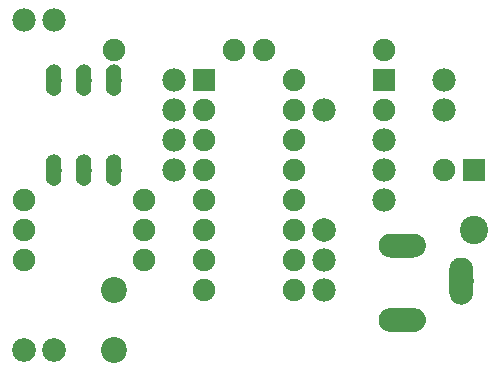
<source format=gtl>
G04 MADE WITH FRITZING*
G04 WWW.FRITZING.ORG*
G04 DOUBLE SIDED*
G04 HOLES PLATED*
G04 CONTOUR ON CENTER OF CONTOUR VECTOR*
%ASAXBY*%
%FSLAX23Y23*%
%MOIN*%
%OFA0B0*%
%SFA1.0B1.0*%
%ADD10C,0.075000*%
%ADD11C,0.094488*%
%ADD12C,0.078740*%
%ADD13C,0.086614*%
%ADD14C,0.079370*%
%ADD15C,0.078000*%
%ADD16C,0.052000*%
%ADD17R,0.075000X0.075000*%
%ADD18R,0.001000X0.001000*%
%LNCOPPER1*%
G90*
G70*
G54D10*
X802Y1075D03*
X402Y1075D03*
X902Y1075D03*
X1302Y1075D03*
G54D11*
X1602Y475D03*
G54D12*
X1102Y475D03*
G54D13*
X402Y75D03*
X402Y275D03*
G54D14*
X102Y75D03*
X202Y75D03*
G54D15*
X1502Y975D03*
X1502Y875D03*
X102Y1175D03*
X202Y1175D03*
X1102Y375D03*
X1102Y275D03*
G54D12*
X1364Y423D03*
X1364Y175D03*
X1561Y305D03*
X1364Y423D03*
X1364Y175D03*
X1561Y305D03*
G54D15*
X1102Y875D03*
X602Y975D03*
X602Y875D03*
X602Y775D03*
X602Y675D03*
G54D10*
X1602Y675D03*
X1502Y675D03*
X1302Y975D03*
X1302Y875D03*
G54D15*
X1302Y775D03*
X1302Y675D03*
X1302Y575D03*
G54D10*
X702Y975D03*
X1002Y975D03*
X702Y875D03*
X1002Y875D03*
X702Y775D03*
X1002Y775D03*
X702Y675D03*
X1002Y675D03*
X702Y575D03*
X1002Y575D03*
X702Y475D03*
X1002Y475D03*
X702Y375D03*
X1002Y375D03*
X702Y275D03*
X1002Y275D03*
G54D16*
X302Y675D03*
X402Y675D03*
X402Y975D03*
X302Y975D03*
X302Y675D03*
X402Y675D03*
X402Y975D03*
X302Y975D03*
X202Y675D03*
X302Y675D03*
X302Y975D03*
X202Y975D03*
X202Y675D03*
X302Y675D03*
X302Y975D03*
X202Y975D03*
G54D10*
X502Y375D03*
X102Y375D03*
X502Y475D03*
X102Y475D03*
X502Y575D03*
X102Y575D03*
G54D17*
X1602Y675D03*
X1302Y975D03*
X702Y975D03*
G54D18*
X200Y1027D02*
X204Y1027D01*
X300Y1027D02*
X304Y1027D01*
X400Y1027D02*
X404Y1027D01*
X195Y1026D02*
X209Y1026D01*
X295Y1026D02*
X309Y1026D01*
X395Y1026D02*
X409Y1026D01*
X192Y1025D02*
X212Y1025D01*
X292Y1025D02*
X312Y1025D01*
X392Y1025D02*
X412Y1025D01*
X190Y1024D02*
X214Y1024D01*
X290Y1024D02*
X314Y1024D01*
X390Y1024D02*
X414Y1024D01*
X188Y1023D02*
X215Y1023D01*
X288Y1023D02*
X315Y1023D01*
X388Y1023D02*
X415Y1023D01*
X187Y1022D02*
X217Y1022D01*
X287Y1022D02*
X317Y1022D01*
X387Y1022D02*
X417Y1022D01*
X186Y1021D02*
X218Y1021D01*
X286Y1021D02*
X318Y1021D01*
X386Y1021D02*
X418Y1021D01*
X185Y1020D02*
X219Y1020D01*
X285Y1020D02*
X319Y1020D01*
X385Y1020D02*
X419Y1020D01*
X184Y1019D02*
X220Y1019D01*
X284Y1019D02*
X320Y1019D01*
X384Y1019D02*
X420Y1019D01*
X183Y1018D02*
X221Y1018D01*
X283Y1018D02*
X321Y1018D01*
X383Y1018D02*
X421Y1018D01*
X182Y1017D02*
X222Y1017D01*
X282Y1017D02*
X322Y1017D01*
X382Y1017D02*
X422Y1017D01*
X181Y1016D02*
X223Y1016D01*
X281Y1016D02*
X323Y1016D01*
X381Y1016D02*
X423Y1016D01*
X180Y1015D02*
X223Y1015D01*
X280Y1015D02*
X323Y1015D01*
X380Y1015D02*
X423Y1015D01*
X180Y1014D02*
X224Y1014D01*
X280Y1014D02*
X324Y1014D01*
X380Y1014D02*
X424Y1014D01*
X179Y1013D02*
X224Y1013D01*
X279Y1013D02*
X324Y1013D01*
X379Y1013D02*
X424Y1013D01*
X179Y1012D02*
X225Y1012D01*
X279Y1012D02*
X325Y1012D01*
X379Y1012D02*
X425Y1012D01*
X178Y1011D02*
X225Y1011D01*
X278Y1011D02*
X325Y1011D01*
X378Y1011D02*
X425Y1011D01*
X178Y1010D02*
X226Y1010D01*
X278Y1010D02*
X326Y1010D01*
X378Y1010D02*
X426Y1010D01*
X178Y1009D02*
X226Y1009D01*
X278Y1009D02*
X326Y1009D01*
X378Y1009D02*
X426Y1009D01*
X177Y1008D02*
X226Y1008D01*
X277Y1008D02*
X326Y1008D01*
X377Y1008D02*
X426Y1008D01*
X177Y1007D02*
X227Y1007D01*
X277Y1007D02*
X327Y1007D01*
X377Y1007D02*
X427Y1007D01*
X177Y1006D02*
X227Y1006D01*
X277Y1006D02*
X327Y1006D01*
X377Y1006D02*
X427Y1006D01*
X177Y1005D02*
X227Y1005D01*
X277Y1005D02*
X327Y1005D01*
X377Y1005D02*
X427Y1005D01*
X177Y1004D02*
X227Y1004D01*
X277Y1004D02*
X327Y1004D01*
X377Y1004D02*
X427Y1004D01*
X176Y1003D02*
X227Y1003D01*
X276Y1003D02*
X327Y1003D01*
X376Y1003D02*
X427Y1003D01*
X176Y1002D02*
X227Y1002D01*
X276Y1002D02*
X327Y1002D01*
X376Y1002D02*
X427Y1002D01*
X176Y1001D02*
X227Y1001D01*
X276Y1001D02*
X327Y1001D01*
X376Y1001D02*
X427Y1001D01*
X176Y1000D02*
X227Y1000D01*
X276Y1000D02*
X327Y1000D01*
X376Y1000D02*
X427Y1000D01*
X176Y999D02*
X227Y999D01*
X276Y999D02*
X327Y999D01*
X376Y999D02*
X427Y999D01*
X176Y998D02*
X227Y998D01*
X276Y998D02*
X327Y998D01*
X376Y998D02*
X427Y998D01*
X176Y997D02*
X227Y997D01*
X276Y997D02*
X327Y997D01*
X376Y997D02*
X427Y997D01*
X176Y996D02*
X227Y996D01*
X276Y996D02*
X327Y996D01*
X376Y996D02*
X427Y996D01*
X176Y995D02*
X227Y995D01*
X276Y995D02*
X327Y995D01*
X376Y995D02*
X427Y995D01*
X176Y994D02*
X227Y994D01*
X276Y994D02*
X327Y994D01*
X376Y994D02*
X427Y994D01*
X176Y993D02*
X227Y993D01*
X276Y993D02*
X327Y993D01*
X376Y993D02*
X427Y993D01*
X176Y992D02*
X227Y992D01*
X276Y992D02*
X327Y992D01*
X376Y992D02*
X427Y992D01*
X176Y991D02*
X200Y991D01*
X204Y991D02*
X227Y991D01*
X276Y991D02*
X300Y991D01*
X304Y991D02*
X327Y991D01*
X376Y991D02*
X400Y991D01*
X404Y991D02*
X427Y991D01*
X176Y990D02*
X195Y990D01*
X208Y990D02*
X227Y990D01*
X276Y990D02*
X295Y990D01*
X308Y990D02*
X327Y990D01*
X376Y990D02*
X395Y990D01*
X408Y990D02*
X427Y990D01*
X176Y989D02*
X193Y989D01*
X210Y989D02*
X227Y989D01*
X276Y989D02*
X293Y989D01*
X310Y989D02*
X327Y989D01*
X376Y989D02*
X393Y989D01*
X410Y989D02*
X427Y989D01*
X176Y988D02*
X192Y988D01*
X212Y988D02*
X227Y988D01*
X276Y988D02*
X292Y988D01*
X312Y988D02*
X327Y988D01*
X376Y988D02*
X392Y988D01*
X412Y988D02*
X427Y988D01*
X176Y987D02*
X191Y987D01*
X213Y987D02*
X227Y987D01*
X276Y987D02*
X291Y987D01*
X313Y987D02*
X327Y987D01*
X376Y987D02*
X391Y987D01*
X413Y987D02*
X427Y987D01*
X176Y986D02*
X190Y986D01*
X214Y986D02*
X227Y986D01*
X276Y986D02*
X290Y986D01*
X314Y986D02*
X327Y986D01*
X376Y986D02*
X390Y986D01*
X414Y986D02*
X427Y986D01*
X176Y985D02*
X189Y985D01*
X215Y985D02*
X227Y985D01*
X276Y985D02*
X289Y985D01*
X315Y985D02*
X327Y985D01*
X376Y985D02*
X389Y985D01*
X415Y985D02*
X427Y985D01*
X176Y984D02*
X188Y984D01*
X216Y984D02*
X227Y984D01*
X276Y984D02*
X288Y984D01*
X316Y984D02*
X327Y984D01*
X376Y984D02*
X388Y984D01*
X416Y984D02*
X427Y984D01*
X176Y983D02*
X188Y983D01*
X216Y983D02*
X227Y983D01*
X276Y983D02*
X287Y983D01*
X316Y983D02*
X327Y983D01*
X376Y983D02*
X387Y983D01*
X416Y983D02*
X427Y983D01*
X176Y982D02*
X187Y982D01*
X217Y982D02*
X227Y982D01*
X276Y982D02*
X287Y982D01*
X317Y982D02*
X327Y982D01*
X376Y982D02*
X387Y982D01*
X417Y982D02*
X427Y982D01*
X176Y981D02*
X187Y981D01*
X217Y981D02*
X227Y981D01*
X276Y981D02*
X287Y981D01*
X317Y981D02*
X327Y981D01*
X376Y981D02*
X386Y981D01*
X417Y981D02*
X427Y981D01*
X176Y980D02*
X186Y980D01*
X218Y980D02*
X227Y980D01*
X276Y980D02*
X286Y980D01*
X318Y980D02*
X327Y980D01*
X376Y980D02*
X386Y980D01*
X418Y980D02*
X427Y980D01*
X176Y979D02*
X186Y979D01*
X218Y979D02*
X227Y979D01*
X276Y979D02*
X286Y979D01*
X318Y979D02*
X327Y979D01*
X376Y979D02*
X386Y979D01*
X418Y979D02*
X427Y979D01*
X176Y978D02*
X186Y978D01*
X218Y978D02*
X227Y978D01*
X276Y978D02*
X286Y978D01*
X318Y978D02*
X327Y978D01*
X376Y978D02*
X386Y978D01*
X418Y978D02*
X427Y978D01*
X176Y977D02*
X186Y977D01*
X218Y977D02*
X227Y977D01*
X276Y977D02*
X286Y977D01*
X318Y977D02*
X327Y977D01*
X376Y977D02*
X386Y977D01*
X418Y977D02*
X427Y977D01*
X176Y976D02*
X185Y976D01*
X218Y976D02*
X227Y976D01*
X276Y976D02*
X285Y976D01*
X318Y976D02*
X327Y976D01*
X376Y976D02*
X385Y976D01*
X418Y976D02*
X427Y976D01*
X176Y975D02*
X185Y975D01*
X218Y975D02*
X227Y975D01*
X276Y975D02*
X285Y975D01*
X318Y975D02*
X327Y975D01*
X376Y975D02*
X385Y975D01*
X418Y975D02*
X427Y975D01*
X176Y974D02*
X185Y974D01*
X218Y974D02*
X227Y974D01*
X276Y974D02*
X285Y974D01*
X318Y974D02*
X327Y974D01*
X376Y974D02*
X385Y974D01*
X418Y974D02*
X427Y974D01*
X176Y973D02*
X186Y973D01*
X218Y973D02*
X227Y973D01*
X276Y973D02*
X286Y973D01*
X318Y973D02*
X327Y973D01*
X376Y973D02*
X386Y973D01*
X418Y973D02*
X427Y973D01*
X176Y972D02*
X186Y972D01*
X218Y972D02*
X227Y972D01*
X276Y972D02*
X286Y972D01*
X318Y972D02*
X327Y972D01*
X376Y972D02*
X386Y972D01*
X418Y972D02*
X427Y972D01*
X176Y971D02*
X186Y971D01*
X218Y971D02*
X227Y971D01*
X276Y971D02*
X286Y971D01*
X318Y971D02*
X327Y971D01*
X376Y971D02*
X386Y971D01*
X418Y971D02*
X427Y971D01*
X176Y970D02*
X186Y970D01*
X217Y970D02*
X227Y970D01*
X276Y970D02*
X286Y970D01*
X317Y970D02*
X327Y970D01*
X376Y970D02*
X386Y970D01*
X417Y970D02*
X427Y970D01*
X176Y969D02*
X187Y969D01*
X217Y969D02*
X227Y969D01*
X276Y969D02*
X287Y969D01*
X317Y969D02*
X327Y969D01*
X376Y969D02*
X387Y969D01*
X417Y969D02*
X427Y969D01*
X176Y968D02*
X187Y968D01*
X217Y968D02*
X227Y968D01*
X276Y968D02*
X287Y968D01*
X317Y968D02*
X327Y968D01*
X376Y968D02*
X387Y968D01*
X417Y968D02*
X427Y968D01*
X176Y967D02*
X188Y967D01*
X216Y967D02*
X227Y967D01*
X276Y967D02*
X288Y967D01*
X316Y967D02*
X327Y967D01*
X376Y967D02*
X388Y967D01*
X416Y967D02*
X427Y967D01*
X176Y966D02*
X188Y966D01*
X215Y966D02*
X227Y966D01*
X276Y966D02*
X288Y966D01*
X315Y966D02*
X327Y966D01*
X376Y966D02*
X388Y966D01*
X415Y966D02*
X427Y966D01*
X176Y965D02*
X189Y965D01*
X215Y965D02*
X227Y965D01*
X276Y965D02*
X289Y965D01*
X315Y965D02*
X327Y965D01*
X376Y965D02*
X389Y965D01*
X415Y965D02*
X427Y965D01*
X176Y964D02*
X190Y964D01*
X214Y964D02*
X227Y964D01*
X276Y964D02*
X290Y964D01*
X314Y964D02*
X327Y964D01*
X376Y964D02*
X390Y964D01*
X414Y964D02*
X427Y964D01*
X176Y963D02*
X191Y963D01*
X213Y963D02*
X227Y963D01*
X276Y963D02*
X291Y963D01*
X313Y963D02*
X327Y963D01*
X376Y963D02*
X391Y963D01*
X413Y963D02*
X427Y963D01*
X176Y962D02*
X192Y962D01*
X211Y962D02*
X227Y962D01*
X276Y962D02*
X292Y962D01*
X311Y962D02*
X327Y962D01*
X376Y962D02*
X392Y962D01*
X411Y962D02*
X427Y962D01*
X176Y961D02*
X194Y961D01*
X210Y961D02*
X227Y961D01*
X276Y961D02*
X294Y961D01*
X310Y961D02*
X327Y961D01*
X376Y961D02*
X394Y961D01*
X410Y961D02*
X427Y961D01*
X176Y960D02*
X197Y960D01*
X207Y960D02*
X227Y960D01*
X276Y960D02*
X297Y960D01*
X307Y960D02*
X327Y960D01*
X376Y960D02*
X397Y960D01*
X407Y960D02*
X427Y960D01*
X176Y959D02*
X227Y959D01*
X276Y959D02*
X327Y959D01*
X376Y959D02*
X427Y959D01*
X176Y958D02*
X227Y958D01*
X276Y958D02*
X327Y958D01*
X376Y958D02*
X427Y958D01*
X176Y957D02*
X227Y957D01*
X276Y957D02*
X327Y957D01*
X376Y957D02*
X427Y957D01*
X176Y956D02*
X227Y956D01*
X276Y956D02*
X327Y956D01*
X376Y956D02*
X427Y956D01*
X176Y955D02*
X227Y955D01*
X276Y955D02*
X327Y955D01*
X376Y955D02*
X427Y955D01*
X176Y954D02*
X227Y954D01*
X276Y954D02*
X327Y954D01*
X376Y954D02*
X427Y954D01*
X176Y953D02*
X227Y953D01*
X276Y953D02*
X327Y953D01*
X376Y953D02*
X427Y953D01*
X176Y952D02*
X227Y952D01*
X276Y952D02*
X327Y952D01*
X376Y952D02*
X427Y952D01*
X176Y951D02*
X227Y951D01*
X276Y951D02*
X327Y951D01*
X376Y951D02*
X427Y951D01*
X176Y950D02*
X227Y950D01*
X276Y950D02*
X327Y950D01*
X376Y950D02*
X427Y950D01*
X176Y949D02*
X227Y949D01*
X276Y949D02*
X327Y949D01*
X376Y949D02*
X427Y949D01*
X176Y948D02*
X227Y948D01*
X276Y948D02*
X327Y948D01*
X376Y948D02*
X427Y948D01*
X176Y947D02*
X227Y947D01*
X276Y947D02*
X327Y947D01*
X376Y947D02*
X427Y947D01*
X177Y946D02*
X227Y946D01*
X277Y946D02*
X327Y946D01*
X377Y946D02*
X427Y946D01*
X177Y945D02*
X227Y945D01*
X277Y945D02*
X327Y945D01*
X377Y945D02*
X427Y945D01*
X177Y944D02*
X227Y944D01*
X277Y944D02*
X327Y944D01*
X377Y944D02*
X427Y944D01*
X177Y943D02*
X227Y943D01*
X277Y943D02*
X327Y943D01*
X377Y943D02*
X427Y943D01*
X177Y942D02*
X226Y942D01*
X277Y942D02*
X326Y942D01*
X377Y942D02*
X426Y942D01*
X178Y941D02*
X226Y941D01*
X278Y941D02*
X326Y941D01*
X378Y941D02*
X426Y941D01*
X178Y940D02*
X226Y940D01*
X278Y940D02*
X326Y940D01*
X378Y940D02*
X426Y940D01*
X178Y939D02*
X225Y939D01*
X278Y939D02*
X325Y939D01*
X378Y939D02*
X425Y939D01*
X179Y938D02*
X225Y938D01*
X279Y938D02*
X325Y938D01*
X379Y938D02*
X425Y938D01*
X180Y937D02*
X224Y937D01*
X280Y937D02*
X324Y937D01*
X380Y937D02*
X424Y937D01*
X180Y936D02*
X224Y936D01*
X280Y936D02*
X324Y936D01*
X380Y936D02*
X424Y936D01*
X181Y935D02*
X223Y935D01*
X281Y935D02*
X323Y935D01*
X381Y935D02*
X423Y935D01*
X181Y934D02*
X222Y934D01*
X281Y934D02*
X322Y934D01*
X381Y934D02*
X422Y934D01*
X182Y933D02*
X222Y933D01*
X282Y933D02*
X322Y933D01*
X382Y933D02*
X422Y933D01*
X183Y932D02*
X221Y932D01*
X283Y932D02*
X321Y932D01*
X383Y932D02*
X421Y932D01*
X184Y931D02*
X220Y931D01*
X284Y931D02*
X320Y931D01*
X384Y931D02*
X420Y931D01*
X185Y930D02*
X219Y930D01*
X285Y930D02*
X319Y930D01*
X385Y930D02*
X419Y930D01*
X186Y929D02*
X218Y929D01*
X286Y929D02*
X318Y929D01*
X386Y929D02*
X418Y929D01*
X187Y928D02*
X216Y928D01*
X287Y928D02*
X316Y928D01*
X387Y928D02*
X416Y928D01*
X189Y927D02*
X215Y927D01*
X289Y927D02*
X315Y927D01*
X389Y927D02*
X415Y927D01*
X191Y926D02*
X213Y926D01*
X291Y926D02*
X313Y926D01*
X391Y926D02*
X413Y926D01*
X193Y925D02*
X211Y925D01*
X293Y925D02*
X311Y925D01*
X393Y925D02*
X411Y925D01*
X196Y924D02*
X208Y924D01*
X296Y924D02*
X308Y924D01*
X396Y924D02*
X408Y924D01*
X199Y727D02*
X205Y727D01*
X299Y727D02*
X305Y727D01*
X399Y727D02*
X405Y727D01*
X195Y726D02*
X209Y726D01*
X295Y726D02*
X309Y726D01*
X395Y726D02*
X409Y726D01*
X192Y725D02*
X212Y725D01*
X292Y725D02*
X312Y725D01*
X392Y725D02*
X412Y725D01*
X190Y724D02*
X214Y724D01*
X290Y724D02*
X314Y724D01*
X390Y724D02*
X414Y724D01*
X188Y723D02*
X216Y723D01*
X288Y723D02*
X316Y723D01*
X388Y723D02*
X415Y723D01*
X187Y722D02*
X217Y722D01*
X287Y722D02*
X317Y722D01*
X387Y722D02*
X417Y722D01*
X186Y721D02*
X218Y721D01*
X286Y721D02*
X318Y721D01*
X386Y721D02*
X418Y721D01*
X184Y720D02*
X219Y720D01*
X284Y720D02*
X319Y720D01*
X384Y720D02*
X419Y720D01*
X183Y719D02*
X220Y719D01*
X283Y719D02*
X320Y719D01*
X383Y719D02*
X420Y719D01*
X183Y718D02*
X221Y718D01*
X283Y718D02*
X321Y718D01*
X383Y718D02*
X421Y718D01*
X182Y717D02*
X222Y717D01*
X282Y717D02*
X322Y717D01*
X382Y717D02*
X422Y717D01*
X181Y716D02*
X223Y716D01*
X281Y716D02*
X323Y716D01*
X381Y716D02*
X423Y716D01*
X180Y715D02*
X223Y715D01*
X280Y715D02*
X323Y715D01*
X380Y715D02*
X423Y715D01*
X180Y714D02*
X224Y714D01*
X280Y714D02*
X324Y714D01*
X380Y714D02*
X424Y714D01*
X179Y713D02*
X224Y713D01*
X279Y713D02*
X324Y713D01*
X379Y713D02*
X424Y713D01*
X179Y712D02*
X225Y712D01*
X279Y712D02*
X325Y712D01*
X379Y712D02*
X425Y712D01*
X178Y711D02*
X225Y711D01*
X278Y711D02*
X325Y711D01*
X378Y711D02*
X425Y711D01*
X178Y710D02*
X226Y710D01*
X278Y710D02*
X326Y710D01*
X378Y710D02*
X426Y710D01*
X178Y709D02*
X226Y709D01*
X278Y709D02*
X326Y709D01*
X378Y709D02*
X426Y709D01*
X177Y708D02*
X226Y708D01*
X277Y708D02*
X326Y708D01*
X377Y708D02*
X426Y708D01*
X177Y707D02*
X227Y707D01*
X277Y707D02*
X327Y707D01*
X377Y707D02*
X427Y707D01*
X177Y706D02*
X227Y706D01*
X277Y706D02*
X327Y706D01*
X377Y706D02*
X427Y706D01*
X177Y705D02*
X227Y705D01*
X277Y705D02*
X327Y705D01*
X377Y705D02*
X427Y705D01*
X177Y704D02*
X227Y704D01*
X277Y704D02*
X327Y704D01*
X377Y704D02*
X427Y704D01*
X176Y703D02*
X227Y703D01*
X276Y703D02*
X327Y703D01*
X376Y703D02*
X427Y703D01*
X176Y702D02*
X227Y702D01*
X276Y702D02*
X327Y702D01*
X376Y702D02*
X427Y702D01*
X176Y701D02*
X227Y701D01*
X276Y701D02*
X327Y701D01*
X376Y701D02*
X427Y701D01*
X176Y700D02*
X227Y700D01*
X276Y700D02*
X327Y700D01*
X376Y700D02*
X427Y700D01*
X176Y699D02*
X227Y699D01*
X276Y699D02*
X327Y699D01*
X376Y699D02*
X427Y699D01*
X176Y698D02*
X227Y698D01*
X276Y698D02*
X327Y698D01*
X376Y698D02*
X427Y698D01*
X176Y697D02*
X227Y697D01*
X276Y697D02*
X327Y697D01*
X376Y697D02*
X427Y697D01*
X176Y696D02*
X227Y696D01*
X276Y696D02*
X327Y696D01*
X376Y696D02*
X427Y696D01*
X176Y695D02*
X227Y695D01*
X276Y695D02*
X327Y695D01*
X376Y695D02*
X427Y695D01*
X176Y694D02*
X227Y694D01*
X276Y694D02*
X327Y694D01*
X376Y694D02*
X427Y694D01*
X176Y693D02*
X227Y693D01*
X276Y693D02*
X327Y693D01*
X376Y693D02*
X427Y693D01*
X176Y692D02*
X227Y692D01*
X276Y692D02*
X327Y692D01*
X376Y692D02*
X427Y692D01*
X176Y691D02*
X199Y691D01*
X205Y691D02*
X227Y691D01*
X276Y691D02*
X299Y691D01*
X305Y691D02*
X327Y691D01*
X376Y691D02*
X399Y691D01*
X405Y691D02*
X427Y691D01*
X176Y690D02*
X195Y690D01*
X208Y690D02*
X227Y690D01*
X276Y690D02*
X295Y690D01*
X308Y690D02*
X327Y690D01*
X376Y690D02*
X395Y690D01*
X408Y690D02*
X427Y690D01*
X176Y689D02*
X193Y689D01*
X210Y689D02*
X227Y689D01*
X276Y689D02*
X293Y689D01*
X310Y689D02*
X327Y689D01*
X376Y689D02*
X393Y689D01*
X410Y689D02*
X427Y689D01*
X176Y688D02*
X192Y688D01*
X212Y688D02*
X227Y688D01*
X276Y688D02*
X292Y688D01*
X312Y688D02*
X327Y688D01*
X376Y688D02*
X392Y688D01*
X412Y688D02*
X427Y688D01*
X176Y687D02*
X191Y687D01*
X213Y687D02*
X227Y687D01*
X276Y687D02*
X291Y687D01*
X313Y687D02*
X327Y687D01*
X376Y687D02*
X391Y687D01*
X413Y687D02*
X427Y687D01*
X176Y686D02*
X190Y686D01*
X214Y686D02*
X227Y686D01*
X276Y686D02*
X290Y686D01*
X314Y686D02*
X327Y686D01*
X376Y686D02*
X390Y686D01*
X414Y686D02*
X427Y686D01*
X176Y685D02*
X189Y685D01*
X215Y685D02*
X227Y685D01*
X276Y685D02*
X289Y685D01*
X315Y685D02*
X327Y685D01*
X376Y685D02*
X389Y685D01*
X415Y685D02*
X427Y685D01*
X176Y684D02*
X188Y684D01*
X216Y684D02*
X227Y684D01*
X276Y684D02*
X288Y684D01*
X316Y684D02*
X327Y684D01*
X376Y684D02*
X388Y684D01*
X416Y684D02*
X427Y684D01*
X176Y683D02*
X187Y683D01*
X216Y683D02*
X227Y683D01*
X276Y683D02*
X287Y683D01*
X316Y683D02*
X327Y683D01*
X376Y683D02*
X387Y683D01*
X416Y683D02*
X427Y683D01*
X176Y682D02*
X187Y682D01*
X217Y682D02*
X227Y682D01*
X276Y682D02*
X287Y682D01*
X317Y682D02*
X327Y682D01*
X376Y682D02*
X387Y682D01*
X417Y682D02*
X427Y682D01*
X176Y681D02*
X187Y681D01*
X217Y681D02*
X227Y681D01*
X276Y681D02*
X286Y681D01*
X317Y681D02*
X327Y681D01*
X376Y681D02*
X386Y681D01*
X417Y681D02*
X427Y681D01*
X176Y680D02*
X186Y680D01*
X218Y680D02*
X227Y680D01*
X276Y680D02*
X286Y680D01*
X318Y680D02*
X327Y680D01*
X376Y680D02*
X386Y680D01*
X418Y680D02*
X427Y680D01*
X176Y679D02*
X186Y679D01*
X218Y679D02*
X227Y679D01*
X276Y679D02*
X286Y679D01*
X318Y679D02*
X327Y679D01*
X376Y679D02*
X386Y679D01*
X418Y679D02*
X427Y679D01*
X176Y678D02*
X186Y678D01*
X218Y678D02*
X227Y678D01*
X276Y678D02*
X286Y678D01*
X318Y678D02*
X327Y678D01*
X376Y678D02*
X386Y678D01*
X418Y678D02*
X427Y678D01*
X176Y677D02*
X186Y677D01*
X218Y677D02*
X227Y677D01*
X276Y677D02*
X286Y677D01*
X318Y677D02*
X327Y677D01*
X376Y677D02*
X386Y677D01*
X418Y677D02*
X427Y677D01*
X176Y676D02*
X185Y676D01*
X218Y676D02*
X227Y676D01*
X276Y676D02*
X285Y676D01*
X318Y676D02*
X327Y676D01*
X376Y676D02*
X385Y676D01*
X418Y676D02*
X427Y676D01*
X176Y675D02*
X185Y675D01*
X218Y675D02*
X227Y675D01*
X276Y675D02*
X285Y675D01*
X318Y675D02*
X327Y675D01*
X376Y675D02*
X385Y675D01*
X418Y675D02*
X427Y675D01*
X176Y674D02*
X186Y674D01*
X218Y674D02*
X227Y674D01*
X276Y674D02*
X285Y674D01*
X318Y674D02*
X327Y674D01*
X376Y674D02*
X385Y674D01*
X418Y674D02*
X427Y674D01*
X176Y673D02*
X186Y673D01*
X218Y673D02*
X227Y673D01*
X276Y673D02*
X286Y673D01*
X318Y673D02*
X327Y673D01*
X376Y673D02*
X386Y673D01*
X418Y673D02*
X427Y673D01*
X176Y672D02*
X186Y672D01*
X218Y672D02*
X227Y672D01*
X276Y672D02*
X286Y672D01*
X318Y672D02*
X327Y672D01*
X376Y672D02*
X386Y672D01*
X418Y672D02*
X427Y672D01*
X176Y671D02*
X186Y671D01*
X218Y671D02*
X227Y671D01*
X276Y671D02*
X286Y671D01*
X318Y671D02*
X327Y671D01*
X376Y671D02*
X386Y671D01*
X418Y671D02*
X427Y671D01*
X176Y670D02*
X186Y670D01*
X217Y670D02*
X227Y670D01*
X276Y670D02*
X286Y670D01*
X317Y670D02*
X327Y670D01*
X376Y670D02*
X386Y670D01*
X417Y670D02*
X427Y670D01*
X176Y669D02*
X187Y669D01*
X217Y669D02*
X227Y669D01*
X276Y669D02*
X287Y669D01*
X317Y669D02*
X327Y669D01*
X376Y669D02*
X387Y669D01*
X417Y669D02*
X427Y669D01*
X176Y668D02*
X187Y668D01*
X217Y668D02*
X227Y668D01*
X276Y668D02*
X287Y668D01*
X317Y668D02*
X327Y668D01*
X376Y668D02*
X387Y668D01*
X417Y668D02*
X427Y668D01*
X176Y667D02*
X188Y667D01*
X216Y667D02*
X227Y667D01*
X276Y667D02*
X288Y667D01*
X316Y667D02*
X327Y667D01*
X376Y667D02*
X388Y667D01*
X416Y667D02*
X427Y667D01*
X176Y666D02*
X188Y666D01*
X215Y666D02*
X227Y666D01*
X276Y666D02*
X288Y666D01*
X315Y666D02*
X327Y666D01*
X376Y666D02*
X388Y666D01*
X415Y666D02*
X427Y666D01*
X176Y665D02*
X189Y665D01*
X215Y665D02*
X227Y665D01*
X276Y665D02*
X289Y665D01*
X315Y665D02*
X327Y665D01*
X376Y665D02*
X389Y665D01*
X415Y665D02*
X427Y665D01*
X176Y664D02*
X190Y664D01*
X214Y664D02*
X227Y664D01*
X276Y664D02*
X290Y664D01*
X314Y664D02*
X327Y664D01*
X376Y664D02*
X390Y664D01*
X414Y664D02*
X427Y664D01*
X176Y663D02*
X191Y663D01*
X213Y663D02*
X227Y663D01*
X276Y663D02*
X291Y663D01*
X313Y663D02*
X327Y663D01*
X376Y663D02*
X391Y663D01*
X413Y663D02*
X427Y663D01*
X176Y662D02*
X192Y662D01*
X211Y662D02*
X227Y662D01*
X276Y662D02*
X292Y662D01*
X311Y662D02*
X327Y662D01*
X376Y662D02*
X392Y662D01*
X411Y662D02*
X427Y662D01*
X176Y661D02*
X194Y661D01*
X210Y661D02*
X227Y661D01*
X276Y661D02*
X294Y661D01*
X310Y661D02*
X327Y661D01*
X376Y661D02*
X394Y661D01*
X410Y661D02*
X427Y661D01*
X176Y660D02*
X197Y660D01*
X207Y660D02*
X227Y660D01*
X276Y660D02*
X297Y660D01*
X307Y660D02*
X327Y660D01*
X376Y660D02*
X397Y660D01*
X407Y660D02*
X427Y660D01*
X176Y659D02*
X227Y659D01*
X276Y659D02*
X327Y659D01*
X376Y659D02*
X427Y659D01*
X176Y658D02*
X227Y658D01*
X276Y658D02*
X327Y658D01*
X376Y658D02*
X427Y658D01*
X176Y657D02*
X227Y657D01*
X276Y657D02*
X327Y657D01*
X376Y657D02*
X427Y657D01*
X176Y656D02*
X227Y656D01*
X276Y656D02*
X327Y656D01*
X376Y656D02*
X427Y656D01*
X176Y655D02*
X227Y655D01*
X276Y655D02*
X327Y655D01*
X376Y655D02*
X427Y655D01*
X176Y654D02*
X227Y654D01*
X276Y654D02*
X327Y654D01*
X376Y654D02*
X427Y654D01*
X176Y653D02*
X227Y653D01*
X276Y653D02*
X327Y653D01*
X376Y653D02*
X427Y653D01*
X176Y652D02*
X227Y652D01*
X276Y652D02*
X327Y652D01*
X376Y652D02*
X427Y652D01*
X176Y651D02*
X227Y651D01*
X276Y651D02*
X327Y651D01*
X376Y651D02*
X427Y651D01*
X176Y650D02*
X227Y650D01*
X276Y650D02*
X327Y650D01*
X376Y650D02*
X427Y650D01*
X176Y649D02*
X227Y649D01*
X276Y649D02*
X327Y649D01*
X376Y649D02*
X427Y649D01*
X176Y648D02*
X227Y648D01*
X276Y648D02*
X327Y648D01*
X376Y648D02*
X427Y648D01*
X176Y647D02*
X227Y647D01*
X276Y647D02*
X327Y647D01*
X376Y647D02*
X427Y647D01*
X177Y646D02*
X227Y646D01*
X277Y646D02*
X327Y646D01*
X377Y646D02*
X427Y646D01*
X177Y645D02*
X227Y645D01*
X277Y645D02*
X327Y645D01*
X377Y645D02*
X427Y645D01*
X177Y644D02*
X227Y644D01*
X277Y644D02*
X327Y644D01*
X377Y644D02*
X427Y644D01*
X177Y643D02*
X227Y643D01*
X277Y643D02*
X327Y643D01*
X377Y643D02*
X427Y643D01*
X177Y642D02*
X226Y642D01*
X277Y642D02*
X326Y642D01*
X377Y642D02*
X426Y642D01*
X178Y641D02*
X226Y641D01*
X278Y641D02*
X326Y641D01*
X378Y641D02*
X426Y641D01*
X178Y640D02*
X226Y640D01*
X278Y640D02*
X326Y640D01*
X378Y640D02*
X426Y640D01*
X178Y639D02*
X225Y639D01*
X278Y639D02*
X325Y639D01*
X378Y639D02*
X425Y639D01*
X179Y638D02*
X225Y638D01*
X279Y638D02*
X325Y638D01*
X379Y638D02*
X425Y638D01*
X180Y637D02*
X224Y637D01*
X280Y637D02*
X324Y637D01*
X380Y637D02*
X424Y637D01*
X180Y636D02*
X224Y636D01*
X280Y636D02*
X324Y636D01*
X380Y636D02*
X424Y636D01*
X181Y635D02*
X223Y635D01*
X281Y635D02*
X323Y635D01*
X381Y635D02*
X423Y635D01*
X181Y634D02*
X222Y634D01*
X281Y634D02*
X322Y634D01*
X381Y634D02*
X422Y634D01*
X182Y633D02*
X222Y633D01*
X282Y633D02*
X322Y633D01*
X382Y633D02*
X422Y633D01*
X183Y632D02*
X221Y632D01*
X283Y632D02*
X321Y632D01*
X383Y632D02*
X421Y632D01*
X184Y631D02*
X220Y631D01*
X284Y631D02*
X320Y631D01*
X384Y631D02*
X420Y631D01*
X185Y630D02*
X219Y630D01*
X285Y630D02*
X319Y630D01*
X385Y630D02*
X419Y630D01*
X186Y629D02*
X218Y629D01*
X286Y629D02*
X318Y629D01*
X386Y629D02*
X417Y629D01*
X187Y628D02*
X216Y628D01*
X287Y628D02*
X316Y628D01*
X387Y628D02*
X416Y628D01*
X189Y627D02*
X215Y627D01*
X289Y627D02*
X315Y627D01*
X389Y627D02*
X415Y627D01*
X191Y626D02*
X213Y626D01*
X291Y626D02*
X313Y626D01*
X391Y626D02*
X413Y626D01*
X193Y625D02*
X211Y625D01*
X293Y625D02*
X311Y625D01*
X393Y625D02*
X411Y625D01*
X196Y624D02*
X208Y624D01*
X296Y624D02*
X308Y624D01*
X396Y624D02*
X408Y624D01*
X1317Y462D02*
X1409Y462D01*
X1313Y461D02*
X1414Y461D01*
X1310Y460D02*
X1416Y460D01*
X1308Y459D02*
X1419Y459D01*
X1306Y458D02*
X1421Y458D01*
X1304Y457D02*
X1422Y457D01*
X1302Y456D02*
X1424Y456D01*
X1301Y455D02*
X1425Y455D01*
X1300Y454D02*
X1427Y454D01*
X1299Y453D02*
X1428Y453D01*
X1298Y452D02*
X1429Y452D01*
X1296Y451D02*
X1430Y451D01*
X1296Y450D02*
X1431Y450D01*
X1295Y449D02*
X1432Y449D01*
X1294Y448D02*
X1433Y448D01*
X1293Y447D02*
X1434Y447D01*
X1292Y446D02*
X1434Y446D01*
X1292Y445D02*
X1435Y445D01*
X1291Y444D02*
X1436Y444D01*
X1290Y443D02*
X1436Y443D01*
X1290Y442D02*
X1357Y442D01*
X1370Y442D02*
X1437Y442D01*
X1289Y441D02*
X1354Y441D01*
X1372Y441D02*
X1437Y441D01*
X1289Y440D02*
X1352Y440D01*
X1374Y440D02*
X1438Y440D01*
X1288Y439D02*
X1351Y439D01*
X1376Y439D02*
X1438Y439D01*
X1288Y438D02*
X1350Y438D01*
X1377Y438D02*
X1439Y438D01*
X1288Y437D02*
X1349Y437D01*
X1378Y437D02*
X1439Y437D01*
X1287Y436D02*
X1348Y436D01*
X1379Y436D02*
X1439Y436D01*
X1287Y435D02*
X1347Y435D01*
X1380Y435D02*
X1440Y435D01*
X1287Y434D02*
X1346Y434D01*
X1380Y434D02*
X1440Y434D01*
X1286Y433D02*
X1346Y433D01*
X1381Y433D02*
X1440Y433D01*
X1286Y432D02*
X1345Y432D01*
X1381Y432D02*
X1441Y432D01*
X1286Y431D02*
X1345Y431D01*
X1382Y431D02*
X1441Y431D01*
X1286Y430D02*
X1344Y430D01*
X1382Y430D02*
X1441Y430D01*
X1285Y429D02*
X1344Y429D01*
X1383Y429D02*
X1441Y429D01*
X1285Y428D02*
X1344Y428D01*
X1383Y428D02*
X1441Y428D01*
X1285Y427D02*
X1343Y427D01*
X1383Y427D02*
X1441Y427D01*
X1285Y426D02*
X1343Y426D01*
X1383Y426D02*
X1441Y426D01*
X1285Y425D02*
X1343Y425D01*
X1383Y425D02*
X1441Y425D01*
X1285Y424D02*
X1343Y424D01*
X1383Y424D02*
X1441Y424D01*
X1285Y423D02*
X1343Y423D01*
X1383Y423D02*
X1442Y423D01*
X1285Y422D02*
X1343Y422D01*
X1383Y422D02*
X1441Y422D01*
X1285Y421D02*
X1343Y421D01*
X1383Y421D02*
X1441Y421D01*
X1285Y420D02*
X1343Y420D01*
X1383Y420D02*
X1441Y420D01*
X1285Y419D02*
X1344Y419D01*
X1383Y419D02*
X1441Y419D01*
X1285Y418D02*
X1344Y418D01*
X1383Y418D02*
X1441Y418D01*
X1286Y417D02*
X1344Y417D01*
X1382Y417D02*
X1441Y417D01*
X1286Y416D02*
X1345Y416D01*
X1382Y416D02*
X1441Y416D01*
X1286Y415D02*
X1345Y415D01*
X1382Y415D02*
X1441Y415D01*
X1286Y414D02*
X1346Y414D01*
X1381Y414D02*
X1440Y414D01*
X1286Y413D02*
X1346Y413D01*
X1380Y413D02*
X1440Y413D01*
X1287Y412D02*
X1347Y412D01*
X1380Y412D02*
X1440Y412D01*
X1287Y411D02*
X1348Y411D01*
X1379Y411D02*
X1440Y411D01*
X1287Y410D02*
X1348Y410D01*
X1378Y410D02*
X1439Y410D01*
X1288Y409D02*
X1349Y409D01*
X1377Y409D02*
X1439Y409D01*
X1288Y408D02*
X1351Y408D01*
X1376Y408D02*
X1438Y408D01*
X1289Y407D02*
X1352Y407D01*
X1375Y407D02*
X1438Y407D01*
X1289Y406D02*
X1354Y406D01*
X1373Y406D02*
X1437Y406D01*
X1290Y405D02*
X1356Y405D01*
X1371Y405D02*
X1437Y405D01*
X1290Y404D02*
X1359Y404D01*
X1367Y404D02*
X1436Y404D01*
X1291Y403D02*
X1436Y403D01*
X1291Y402D02*
X1435Y402D01*
X1292Y401D02*
X1435Y401D01*
X1293Y400D02*
X1434Y400D01*
X1293Y399D02*
X1433Y399D01*
X1294Y398D02*
X1432Y398D01*
X1295Y397D02*
X1431Y397D01*
X1296Y396D02*
X1430Y396D01*
X1297Y395D02*
X1429Y395D01*
X1298Y394D02*
X1428Y394D01*
X1299Y393D02*
X1427Y393D01*
X1301Y392D02*
X1426Y392D01*
X1302Y391D02*
X1425Y391D01*
X1304Y390D02*
X1423Y390D01*
X1305Y389D02*
X1421Y389D01*
X1307Y388D02*
X1419Y388D01*
X1309Y387D02*
X1417Y387D01*
X1312Y386D02*
X1415Y386D01*
X1316Y385D02*
X1411Y385D01*
X1323Y384D02*
X1403Y384D01*
X1552Y383D02*
X1568Y383D01*
X1548Y382D02*
X1572Y382D01*
X1546Y381D02*
X1575Y381D01*
X1543Y380D02*
X1577Y380D01*
X1542Y379D02*
X1579Y379D01*
X1540Y378D02*
X1580Y378D01*
X1538Y377D02*
X1582Y377D01*
X1537Y376D02*
X1583Y376D01*
X1536Y375D02*
X1585Y375D01*
X1535Y374D02*
X1586Y374D01*
X1533Y373D02*
X1587Y373D01*
X1532Y372D02*
X1588Y372D01*
X1531Y371D02*
X1589Y371D01*
X1531Y370D02*
X1590Y370D01*
X1530Y369D02*
X1590Y369D01*
X1529Y368D02*
X1591Y368D01*
X1528Y367D02*
X1592Y367D01*
X1528Y366D02*
X1593Y366D01*
X1527Y365D02*
X1593Y365D01*
X1526Y364D02*
X1594Y364D01*
X1526Y363D02*
X1594Y363D01*
X1525Y362D02*
X1595Y362D01*
X1525Y361D02*
X1595Y361D01*
X1524Y360D02*
X1596Y360D01*
X1524Y359D02*
X1596Y359D01*
X1524Y358D02*
X1597Y358D01*
X1523Y357D02*
X1597Y357D01*
X1523Y356D02*
X1597Y356D01*
X1523Y355D02*
X1598Y355D01*
X1522Y354D02*
X1598Y354D01*
X1522Y353D02*
X1598Y353D01*
X1522Y352D02*
X1598Y352D01*
X1522Y351D02*
X1598Y351D01*
X1522Y350D02*
X1599Y350D01*
X1522Y349D02*
X1599Y349D01*
X1521Y348D02*
X1599Y348D01*
X1521Y347D02*
X1599Y347D01*
X1521Y346D02*
X1599Y346D01*
X1521Y345D02*
X1599Y345D01*
X1521Y344D02*
X1599Y344D01*
X1521Y343D02*
X1599Y343D01*
X1521Y342D02*
X1599Y342D01*
X1521Y341D02*
X1599Y341D01*
X1521Y340D02*
X1599Y340D01*
X1521Y339D02*
X1599Y339D01*
X1521Y338D02*
X1599Y338D01*
X1521Y337D02*
X1599Y337D01*
X1521Y336D02*
X1599Y336D01*
X1521Y335D02*
X1599Y335D01*
X1521Y334D02*
X1599Y334D01*
X1521Y333D02*
X1599Y333D01*
X1521Y332D02*
X1599Y332D01*
X1521Y331D02*
X1599Y331D01*
X1521Y330D02*
X1599Y330D01*
X1521Y329D02*
X1599Y329D01*
X1521Y328D02*
X1599Y328D01*
X1521Y327D02*
X1599Y327D01*
X1521Y326D02*
X1599Y326D01*
X1521Y325D02*
X1599Y325D01*
X1521Y324D02*
X1554Y324D01*
X1566Y324D02*
X1599Y324D01*
X1521Y323D02*
X1551Y323D01*
X1569Y323D02*
X1599Y323D01*
X1521Y322D02*
X1549Y322D01*
X1571Y322D02*
X1599Y322D01*
X1521Y321D02*
X1548Y321D01*
X1572Y321D02*
X1599Y321D01*
X1521Y320D02*
X1547Y320D01*
X1573Y320D02*
X1599Y320D01*
X1521Y319D02*
X1546Y319D01*
X1575Y319D02*
X1599Y319D01*
X1521Y318D02*
X1545Y318D01*
X1575Y318D02*
X1599Y318D01*
X1521Y317D02*
X1544Y317D01*
X1576Y317D02*
X1599Y317D01*
X1521Y316D02*
X1543Y316D01*
X1577Y316D02*
X1599Y316D01*
X1521Y315D02*
X1543Y315D01*
X1578Y315D02*
X1599Y315D01*
X1521Y314D02*
X1542Y314D01*
X1578Y314D02*
X1599Y314D01*
X1521Y313D02*
X1542Y313D01*
X1579Y313D02*
X1599Y313D01*
X1521Y312D02*
X1541Y312D01*
X1579Y312D02*
X1599Y312D01*
X1521Y311D02*
X1541Y311D01*
X1579Y311D02*
X1599Y311D01*
X1521Y310D02*
X1541Y310D01*
X1580Y310D02*
X1599Y310D01*
X1521Y309D02*
X1540Y309D01*
X1580Y309D02*
X1599Y309D01*
X1521Y308D02*
X1540Y308D01*
X1580Y308D02*
X1599Y308D01*
X1521Y307D02*
X1540Y307D01*
X1580Y307D02*
X1599Y307D01*
X1521Y306D02*
X1540Y306D01*
X1580Y306D02*
X1599Y306D01*
X1521Y305D02*
X1540Y305D01*
X1580Y305D02*
X1599Y305D01*
X1521Y304D02*
X1540Y304D01*
X1580Y304D02*
X1599Y304D01*
X1521Y303D02*
X1540Y303D01*
X1580Y303D02*
X1599Y303D01*
X1521Y302D02*
X1540Y302D01*
X1580Y302D02*
X1599Y302D01*
X1521Y301D02*
X1540Y301D01*
X1580Y301D02*
X1599Y301D01*
X1521Y300D02*
X1541Y300D01*
X1579Y300D02*
X1599Y300D01*
X1521Y299D02*
X1541Y299D01*
X1579Y299D02*
X1599Y299D01*
X1521Y298D02*
X1541Y298D01*
X1579Y298D02*
X1599Y298D01*
X1521Y297D02*
X1542Y297D01*
X1578Y297D02*
X1599Y297D01*
X1521Y296D02*
X1542Y296D01*
X1578Y296D02*
X1599Y296D01*
X1521Y295D02*
X1543Y295D01*
X1577Y295D02*
X1599Y295D01*
X1521Y294D02*
X1543Y294D01*
X1577Y294D02*
X1599Y294D01*
X1521Y293D02*
X1544Y293D01*
X1576Y293D02*
X1599Y293D01*
X1521Y292D02*
X1545Y292D01*
X1575Y292D02*
X1599Y292D01*
X1521Y291D02*
X1546Y291D01*
X1574Y291D02*
X1599Y291D01*
X1521Y290D02*
X1547Y290D01*
X1573Y290D02*
X1599Y290D01*
X1521Y289D02*
X1549Y289D01*
X1572Y289D02*
X1599Y289D01*
X1521Y288D02*
X1550Y288D01*
X1570Y288D02*
X1599Y288D01*
X1521Y287D02*
X1552Y287D01*
X1568Y287D02*
X1599Y287D01*
X1521Y286D02*
X1556Y286D01*
X1565Y286D02*
X1599Y286D01*
X1521Y285D02*
X1599Y285D01*
X1521Y284D02*
X1599Y284D01*
X1521Y283D02*
X1599Y283D01*
X1521Y282D02*
X1599Y282D01*
X1521Y281D02*
X1599Y281D01*
X1521Y280D02*
X1599Y280D01*
X1521Y279D02*
X1599Y279D01*
X1521Y278D02*
X1599Y278D01*
X1521Y277D02*
X1599Y277D01*
X1521Y276D02*
X1599Y276D01*
X1521Y275D02*
X1599Y275D01*
X1521Y274D02*
X1599Y274D01*
X1521Y273D02*
X1599Y273D01*
X1521Y272D02*
X1599Y272D01*
X1521Y271D02*
X1599Y271D01*
X1521Y270D02*
X1599Y270D01*
X1521Y269D02*
X1599Y269D01*
X1521Y268D02*
X1599Y268D01*
X1521Y267D02*
X1599Y267D01*
X1521Y266D02*
X1599Y266D01*
X1521Y265D02*
X1599Y265D01*
X1521Y264D02*
X1599Y264D01*
X1521Y263D02*
X1599Y263D01*
X1521Y262D02*
X1599Y262D01*
X1522Y261D02*
X1599Y261D01*
X1522Y260D02*
X1598Y260D01*
X1522Y259D02*
X1598Y259D01*
X1522Y258D02*
X1598Y258D01*
X1522Y257D02*
X1598Y257D01*
X1523Y256D02*
X1598Y256D01*
X1523Y255D02*
X1597Y255D01*
X1523Y254D02*
X1597Y254D01*
X1523Y253D02*
X1597Y253D01*
X1524Y252D02*
X1596Y252D01*
X1524Y251D02*
X1596Y251D01*
X1525Y250D02*
X1596Y250D01*
X1525Y249D02*
X1595Y249D01*
X1526Y248D02*
X1595Y248D01*
X1526Y247D02*
X1594Y247D01*
X1527Y246D02*
X1594Y246D01*
X1527Y245D02*
X1593Y245D01*
X1528Y244D02*
X1592Y244D01*
X1529Y243D02*
X1592Y243D01*
X1529Y242D02*
X1591Y242D01*
X1530Y241D02*
X1590Y241D01*
X1531Y240D02*
X1589Y240D01*
X1532Y239D02*
X1588Y239D01*
X1533Y238D02*
X1587Y238D01*
X1534Y237D02*
X1586Y237D01*
X1535Y236D02*
X1585Y236D01*
X1536Y235D02*
X1584Y235D01*
X1538Y234D02*
X1583Y234D01*
X1539Y233D02*
X1581Y233D01*
X1541Y232D02*
X1580Y232D01*
X1542Y231D02*
X1578Y231D01*
X1544Y230D02*
X1576Y230D01*
X1547Y229D02*
X1573Y229D01*
X1550Y228D02*
X1570Y228D01*
X1555Y227D02*
X1566Y227D01*
X1317Y214D02*
X1409Y214D01*
X1313Y213D02*
X1414Y213D01*
X1310Y212D02*
X1416Y212D01*
X1308Y211D02*
X1419Y211D01*
X1306Y210D02*
X1421Y210D01*
X1304Y209D02*
X1422Y209D01*
X1302Y208D02*
X1424Y208D01*
X1301Y207D02*
X1425Y207D01*
X1300Y206D02*
X1427Y206D01*
X1299Y205D02*
X1428Y205D01*
X1297Y204D02*
X1429Y204D01*
X1296Y203D02*
X1430Y203D01*
X1296Y202D02*
X1431Y202D01*
X1295Y201D02*
X1432Y201D01*
X1294Y200D02*
X1433Y200D01*
X1293Y199D02*
X1434Y199D01*
X1292Y198D02*
X1434Y198D01*
X1292Y197D02*
X1435Y197D01*
X1291Y196D02*
X1436Y196D01*
X1290Y195D02*
X1436Y195D01*
X1290Y194D02*
X1357Y194D01*
X1370Y194D02*
X1437Y194D01*
X1289Y193D02*
X1354Y193D01*
X1372Y193D02*
X1437Y193D01*
X1289Y192D02*
X1352Y192D01*
X1374Y192D02*
X1438Y192D01*
X1288Y191D02*
X1351Y191D01*
X1376Y191D02*
X1438Y191D01*
X1288Y190D02*
X1350Y190D01*
X1377Y190D02*
X1439Y190D01*
X1288Y189D02*
X1349Y189D01*
X1378Y189D02*
X1439Y189D01*
X1287Y188D02*
X1348Y188D01*
X1379Y188D02*
X1439Y188D01*
X1287Y187D02*
X1347Y187D01*
X1380Y187D02*
X1440Y187D01*
X1287Y186D02*
X1346Y186D01*
X1380Y186D02*
X1440Y186D01*
X1286Y185D02*
X1346Y185D01*
X1381Y185D02*
X1440Y185D01*
X1286Y184D02*
X1345Y184D01*
X1381Y184D02*
X1441Y184D01*
X1286Y183D02*
X1345Y183D01*
X1382Y183D02*
X1441Y183D01*
X1286Y182D02*
X1344Y182D01*
X1382Y182D02*
X1441Y182D01*
X1285Y181D02*
X1344Y181D01*
X1383Y181D02*
X1441Y181D01*
X1285Y180D02*
X1344Y180D01*
X1383Y180D02*
X1441Y180D01*
X1285Y179D02*
X1343Y179D01*
X1383Y179D02*
X1441Y179D01*
X1285Y178D02*
X1343Y178D01*
X1383Y178D02*
X1441Y178D01*
X1285Y177D02*
X1343Y177D01*
X1383Y177D02*
X1441Y177D01*
X1285Y176D02*
X1343Y176D01*
X1383Y176D02*
X1441Y176D01*
X1285Y175D02*
X1343Y175D01*
X1383Y175D02*
X1442Y175D01*
X1285Y174D02*
X1343Y174D01*
X1383Y174D02*
X1441Y174D01*
X1285Y173D02*
X1343Y173D01*
X1383Y173D02*
X1441Y173D01*
X1285Y172D02*
X1343Y172D01*
X1383Y172D02*
X1441Y172D01*
X1285Y171D02*
X1344Y171D01*
X1383Y171D02*
X1441Y171D01*
X1285Y170D02*
X1344Y170D01*
X1383Y170D02*
X1441Y170D01*
X1286Y169D02*
X1344Y169D01*
X1382Y169D02*
X1441Y169D01*
X1286Y168D02*
X1345Y168D01*
X1382Y168D02*
X1441Y168D01*
X1286Y167D02*
X1345Y167D01*
X1382Y167D02*
X1441Y167D01*
X1286Y166D02*
X1346Y166D01*
X1381Y166D02*
X1440Y166D01*
X1286Y165D02*
X1346Y165D01*
X1380Y165D02*
X1440Y165D01*
X1287Y164D02*
X1347Y164D01*
X1380Y164D02*
X1440Y164D01*
X1287Y163D02*
X1348Y163D01*
X1379Y163D02*
X1440Y163D01*
X1287Y162D02*
X1348Y162D01*
X1378Y162D02*
X1439Y162D01*
X1288Y161D02*
X1349Y161D01*
X1377Y161D02*
X1439Y161D01*
X1288Y160D02*
X1351Y160D01*
X1376Y160D02*
X1438Y160D01*
X1289Y159D02*
X1352Y159D01*
X1375Y159D02*
X1438Y159D01*
X1289Y158D02*
X1354Y158D01*
X1373Y158D02*
X1437Y158D01*
X1290Y157D02*
X1356Y157D01*
X1371Y157D02*
X1437Y157D01*
X1290Y156D02*
X1359Y156D01*
X1367Y156D02*
X1436Y156D01*
X1291Y155D02*
X1436Y155D01*
X1291Y154D02*
X1435Y154D01*
X1292Y153D02*
X1435Y153D01*
X1293Y152D02*
X1434Y152D01*
X1294Y151D02*
X1433Y151D01*
X1294Y150D02*
X1432Y150D01*
X1295Y149D02*
X1431Y149D01*
X1296Y148D02*
X1430Y148D01*
X1297Y147D02*
X1429Y147D01*
X1298Y146D02*
X1428Y146D01*
X1299Y145D02*
X1427Y145D01*
X1301Y144D02*
X1426Y144D01*
X1302Y143D02*
X1425Y143D01*
X1304Y142D02*
X1423Y142D01*
X1305Y141D02*
X1421Y141D01*
X1307Y140D02*
X1419Y140D01*
X1309Y139D02*
X1417Y139D01*
X1312Y138D02*
X1415Y138D01*
X1316Y137D02*
X1411Y137D01*
X1324Y136D02*
X1403Y136D01*
D02*
G04 End of Copper1*
M02*
</source>
